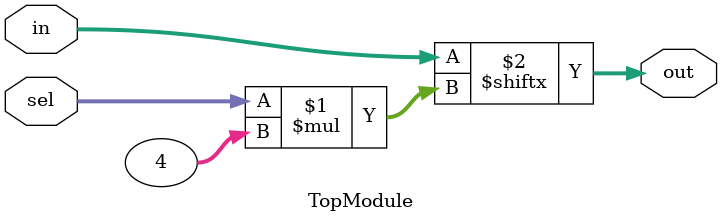
<source format=sv>

module TopModule (
  input [1023:0] in,
  input [7:0] sel,
  output [3:0] out
);

  // Calculate the starting index of the selected 4-bit input.
  // sel = 0 selects in[3:0] (index 0)
  // sel = 1 selects in[7:4] (index 4)
  // sel = 2 selects in[11:8] (index 8)
  // ...
  // sel = 31 selects in[1020:1017] (index 1020)
  // The starting index is sel * 4.

  assign out = in[(sel * 4) + 3 : (sel * 4)];

endmodule

// VERILOG-EVAL: errant inclusion of module definition

</source>
